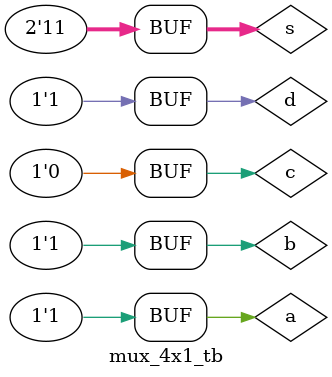
<source format=v>
module mux_4x1_tb();
  reg a,b,c,d;

  reg [1:0] s;

  wire z ; 


  mux_4x1 uut(.a(a) ,.b(b),.c(c),.d(d), .s(s),.z(z));

initial 
  begin 
  	a = 1; b = 1; c = 0; d = 1;	s = 2'b00;
  	#10;
    a = 1; b = 1; c = 0; d = 1;	s = 2'b01;
  	#10;
    a = 1; b = 1; c = 0; d = 1;	s = 2'b10;
  	#10;
    a = 1; b = 1; c = 0; d = 1; s = 2'b11;
  	#10;
    end 
  
  initial begin 
    $dumpfile("dump.vcd");
    $dumpvars;
  end 
endmodule
  

</source>
